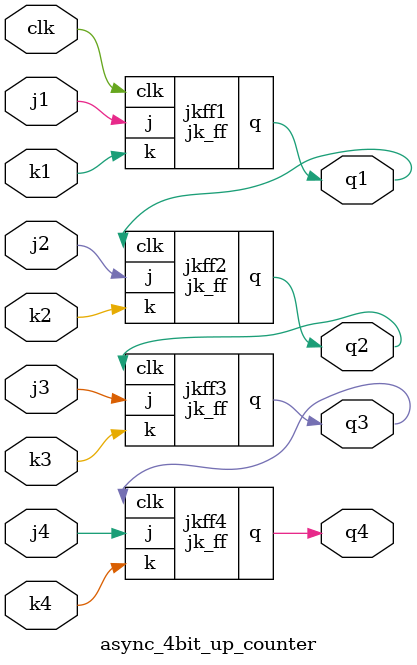
<source format=v>
`timescale 1ns / 1ps
module jk_ff(input clk,j,k,output reg q=0);
always@(posedge clk)
begin
case({j,k})
2'b00:q<=q;
2'b01:q<=0;
2'b10:q<=1;
2'b11:q<=~q;
endcase
end
endmodule

module async_4bit_up_counter(
    input clk,
    input j1,
    input j2,
    input j3,
    input j4,
    input k1,
    input k2,
    input k3,
    input k4,
    output q1,
    output q2,
    output q3,
    output q4
    );
    jk_ff jkff1(clk,j1,k1,q1);
    jk_ff jkff2(q1,j2,k2,q2);
    jk_ff jkff3(q2,j3,k3,q3);
    jk_ff jkff4(q3,j4,k4,q4);
endmodule

</source>
